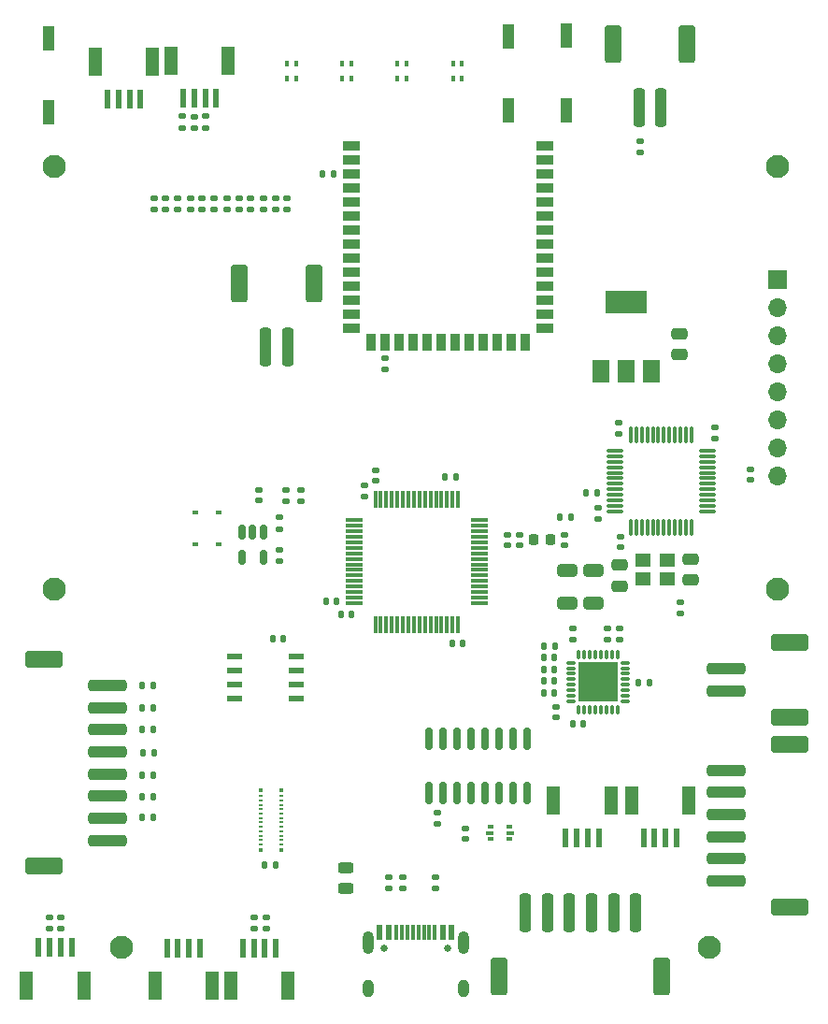
<source format=gbr>
%TF.GenerationSoftware,KiCad,Pcbnew,7.0.5*%
%TF.CreationDate,2023-09-20T09:45:38-07:00*%
%TF.ProjectId,EV9 Board Design,45563920-426f-4617-9264-204465736967,EV8*%
%TF.SameCoordinates,Original*%
%TF.FileFunction,Soldermask,Top*%
%TF.FilePolarity,Negative*%
%FSLAX46Y46*%
G04 Gerber Fmt 4.6, Leading zero omitted, Abs format (unit mm)*
G04 Created by KiCad (PCBNEW 7.0.5) date 2023-09-20 09:45:38*
%MOMM*%
%LPD*%
G01*
G04 APERTURE LIST*
G04 Aperture macros list*
%AMRoundRect*
0 Rectangle with rounded corners*
0 $1 Rounding radius*
0 $2 $3 $4 $5 $6 $7 $8 $9 X,Y pos of 4 corners*
0 Add a 4 corners polygon primitive as box body*
4,1,4,$2,$3,$4,$5,$6,$7,$8,$9,$2,$3,0*
0 Add four circle primitives for the rounded corners*
1,1,$1+$1,$2,$3*
1,1,$1+$1,$4,$5*
1,1,$1+$1,$6,$7*
1,1,$1+$1,$8,$9*
0 Add four rect primitives between the rounded corners*
20,1,$1+$1,$2,$3,$4,$5,0*
20,1,$1+$1,$4,$5,$6,$7,0*
20,1,$1+$1,$6,$7,$8,$9,0*
20,1,$1+$1,$8,$9,$2,$3,0*%
G04 Aperture macros list end*
%ADD10RoundRect,0.135000X-0.135000X-0.185000X0.135000X-0.185000X0.135000X0.185000X-0.135000X0.185000X0*%
%ADD11RoundRect,0.140000X0.140000X0.170000X-0.140000X0.170000X-0.140000X-0.170000X0.140000X-0.170000X0*%
%ADD12R,1.422400X0.533400*%
%ADD13RoundRect,0.140000X-0.140000X-0.170000X0.140000X-0.170000X0.140000X0.170000X-0.140000X0.170000X0*%
%ADD14R,0.600000X0.450000*%
%ADD15RoundRect,0.075000X0.075000X-0.662500X0.075000X0.662500X-0.075000X0.662500X-0.075000X-0.662500X0*%
%ADD16RoundRect,0.075000X0.662500X-0.075000X0.662500X0.075000X-0.662500X0.075000X-0.662500X-0.075000X0*%
%ADD17RoundRect,0.140000X0.170000X-0.140000X0.170000X0.140000X-0.170000X0.140000X-0.170000X-0.140000X0*%
%ADD18RoundRect,0.250000X-0.475000X0.250000X-0.475000X-0.250000X0.475000X-0.250000X0.475000X0.250000X0*%
%ADD19RoundRect,0.135000X-0.185000X0.135000X-0.185000X-0.135000X0.185000X-0.135000X0.185000X0.135000X0*%
%ADD20RoundRect,0.250000X1.500000X-0.250000X1.500000X0.250000X-1.500000X0.250000X-1.500000X-0.250000X0*%
%ADD21RoundRect,0.250001X1.449999X-0.499999X1.449999X0.499999X-1.449999X0.499999X-1.449999X-0.499999X0*%
%ADD22R,0.400000X0.410000*%
%ADD23R,0.400000X0.200000*%
%ADD24RoundRect,0.075000X0.700000X0.075000X-0.700000X0.075000X-0.700000X-0.075000X0.700000X-0.075000X0*%
%ADD25RoundRect,0.075000X0.075000X0.700000X-0.075000X0.700000X-0.075000X-0.700000X0.075000X-0.700000X0*%
%ADD26R,0.500000X1.700000*%
%ADD27R,1.200000X2.500000*%
%ADD28RoundRect,0.218750X-0.218750X-0.256250X0.218750X-0.256250X0.218750X0.256250X-0.218750X0.256250X0*%
%ADD29RoundRect,0.135000X0.185000X-0.135000X0.185000X0.135000X-0.185000X0.135000X-0.185000X-0.135000X0*%
%ADD30RoundRect,0.135000X0.135000X0.185000X-0.135000X0.185000X-0.135000X-0.185000X0.135000X-0.185000X0*%
%ADD31C,2.100000*%
%ADD32R,1.700000X1.700000*%
%ADD33O,1.700000X1.700000*%
%ADD34RoundRect,0.140000X-0.170000X0.140000X-0.170000X-0.140000X0.170000X-0.140000X0.170000X0.140000X0*%
%ADD35RoundRect,0.250000X0.650000X-0.325000X0.650000X0.325000X-0.650000X0.325000X-0.650000X-0.325000X0*%
%ADD36RoundRect,0.243750X0.456250X-0.243750X0.456250X0.243750X-0.456250X0.243750X-0.456250X-0.243750X0*%
%ADD37RoundRect,0.250000X0.250000X1.500000X-0.250000X1.500000X-0.250000X-1.500000X0.250000X-1.500000X0*%
%ADD38RoundRect,0.250001X0.499999X1.449999X-0.499999X1.449999X-0.499999X-1.449999X0.499999X-1.449999X0*%
%ADD39R,1.120000X2.160000*%
%ADD40RoundRect,0.007500X-0.372500X-0.117500X0.372500X-0.117500X0.372500X0.117500X-0.372500X0.117500X0*%
%ADD41RoundRect,0.007500X0.117500X-0.372500X0.117500X0.372500X-0.117500X0.372500X-0.117500X-0.372500X0*%
%ADD42R,3.650000X3.650000*%
%ADD43RoundRect,0.250000X0.475000X-0.250000X0.475000X0.250000X-0.475000X0.250000X-0.475000X-0.250000X0*%
%ADD44R,0.400000X0.600000*%
%ADD45RoundRect,0.150000X0.150000X-0.825000X0.150000X0.825000X-0.150000X0.825000X-0.150000X-0.825000X0*%
%ADD46R,1.500000X2.000000*%
%ADD47R,3.800000X2.000000*%
%ADD48R,1.500000X0.900000*%
%ADD49R,0.900000X1.500000*%
%ADD50RoundRect,0.250000X-0.250000X-1.500000X0.250000X-1.500000X0.250000X1.500000X-0.250000X1.500000X0*%
%ADD51RoundRect,0.250001X-0.499999X-1.449999X0.499999X-1.449999X0.499999X1.449999X-0.499999X1.449999X0*%
%ADD52RoundRect,0.250000X-1.500000X0.250000X-1.500000X-0.250000X1.500000X-0.250000X1.500000X0.250000X0*%
%ADD53RoundRect,0.250001X-1.449999X0.499999X-1.449999X-0.499999X1.449999X-0.499999X1.449999X0.499999X0*%
%ADD54C,0.650000*%
%ADD55R,0.600000X1.450000*%
%ADD56R,0.300000X1.450000*%
%ADD57O,1.000000X2.100000*%
%ADD58O,1.000000X1.600000*%
%ADD59R,0.500000X0.375000*%
%ADD60R,0.650000X0.300000*%
%ADD61RoundRect,0.150000X-0.150000X0.512500X-0.150000X-0.512500X0.150000X-0.512500X0.150000X0.512500X0*%
%ADD62R,1.400000X1.200000*%
G04 APERTURE END LIST*
D10*
%TO.C,R28*%
X125577500Y-122725000D03*
X126597500Y-122725000D03*
%TD*%
D11*
%TO.C,C13*%
X144467500Y-110225000D03*
X143507500Y-110225000D03*
%TD*%
D12*
%TO.C,CR1*%
X133893500Y-113970000D03*
X133893500Y-115240000D03*
X133893500Y-116510000D03*
X133893500Y-117780000D03*
X139481500Y-117780000D03*
X139481500Y-116510000D03*
X139481500Y-115240000D03*
X139481500Y-113970000D03*
%TD*%
D13*
%TO.C,C22*%
X142157500Y-109025000D03*
X143117500Y-109025000D03*
%TD*%
D14*
%TO.C,D2*%
X130337500Y-100935000D03*
X132437500Y-100935000D03*
%TD*%
D15*
%TO.C,U5*%
X169787500Y-102287500D03*
X170287500Y-102287500D03*
X170787500Y-102287500D03*
X171287500Y-102287500D03*
X171787500Y-102287500D03*
X172287500Y-102287500D03*
X172787500Y-102287500D03*
X173287500Y-102287500D03*
X173787500Y-102287500D03*
X174287500Y-102287500D03*
X174787500Y-102287500D03*
X175287500Y-102287500D03*
D16*
X176700000Y-100875000D03*
X176700000Y-100375000D03*
X176700000Y-99875000D03*
X176700000Y-99375000D03*
X176700000Y-98875000D03*
X176700000Y-98375000D03*
X176700000Y-97875000D03*
X176700000Y-97375000D03*
X176700000Y-96875000D03*
X176700000Y-96375000D03*
X176700000Y-95875000D03*
X176700000Y-95375000D03*
D15*
X175287500Y-93962500D03*
X174787500Y-93962500D03*
X174287500Y-93962500D03*
X173787500Y-93962500D03*
X173287500Y-93962500D03*
X172787500Y-93962500D03*
X172287500Y-93962500D03*
X171787500Y-93962500D03*
X171287500Y-93962500D03*
X170787500Y-93962500D03*
X170287500Y-93962500D03*
X169787500Y-93962500D03*
D16*
X168375000Y-95375000D03*
X168375000Y-95875000D03*
X168375000Y-96375000D03*
X168375000Y-96875000D03*
X168375000Y-97375000D03*
X168375000Y-97875000D03*
X168375000Y-98375000D03*
X168375000Y-98875000D03*
X168375000Y-99375000D03*
X168375000Y-99875000D03*
X168375000Y-100375000D03*
X168375000Y-100875000D03*
%TD*%
D11*
%TO.C,C33*%
X138287500Y-112435000D03*
X137327500Y-112435000D03*
%TD*%
D17*
%TO.C,C14*%
X145637500Y-99505000D03*
X145637500Y-98545000D03*
%TD*%
D18*
%TO.C,C4*%
X168737500Y-105725000D03*
X168737500Y-107625000D03*
%TD*%
D17*
%TO.C,C3*%
X168737500Y-112455000D03*
X168737500Y-111495000D03*
%TD*%
D19*
%TO.C,R3*%
X149137500Y-134010000D03*
X149137500Y-135030000D03*
%TD*%
D10*
%TO.C,R5*%
X163380000Y-101360000D03*
X164400000Y-101360000D03*
%TD*%
D17*
%TO.C,C19*%
X136087500Y-99885000D03*
X136087500Y-98925000D03*
%TD*%
D19*
%TO.C,R38*%
X138587500Y-98925000D03*
X138587500Y-99945000D03*
%TD*%
D20*
%TO.C,J8*%
X178437500Y-134325000D03*
X178437500Y-132325000D03*
X178437500Y-130325000D03*
X178437500Y-128325000D03*
X178437500Y-126325000D03*
X178437500Y-124325000D03*
D21*
X184187500Y-136675000D03*
X184187500Y-121975000D03*
%TD*%
D22*
%TO.C,U13*%
X136227500Y-131540000D03*
D23*
X136227500Y-131035000D03*
X136227500Y-130635000D03*
X136227500Y-130232924D03*
X136227500Y-129835000D03*
X136227500Y-129435000D03*
X136227500Y-129035000D03*
X136227500Y-128635000D03*
X136227500Y-128235000D03*
X136227500Y-127835000D03*
X136227500Y-127435000D03*
X136227500Y-127035000D03*
X136227500Y-126635000D03*
D22*
X136227500Y-126130000D03*
X138107500Y-126130000D03*
D23*
X138107500Y-126635000D03*
X138107500Y-127035000D03*
X138107500Y-127435000D03*
X138107500Y-127835000D03*
X138107500Y-128235000D03*
X138107500Y-128635000D03*
X138107500Y-129035000D03*
X138107500Y-129435000D03*
X138107500Y-129835000D03*
X138107500Y-130232924D03*
X138107500Y-130635000D03*
X138107500Y-131035000D03*
D22*
X138107500Y-131540000D03*
%TD*%
D24*
%TO.C,U1*%
X156062500Y-109175000D03*
X156062500Y-108675000D03*
X156062500Y-108175000D03*
X156062500Y-107675000D03*
X156062500Y-107175000D03*
X156062500Y-106675000D03*
X156062500Y-106175000D03*
X156062500Y-105675000D03*
X156062500Y-105175000D03*
X156062500Y-104675000D03*
X156062500Y-104175000D03*
X156062500Y-103675000D03*
X156062500Y-103175000D03*
X156062500Y-102675000D03*
X156062500Y-102175000D03*
X156062500Y-101675000D03*
D25*
X154137500Y-99750000D03*
X153637500Y-99750000D03*
X153137500Y-99750000D03*
X152637500Y-99750000D03*
X152137500Y-99750000D03*
X151637500Y-99750000D03*
X151137500Y-99750000D03*
X150637500Y-99750000D03*
X150137500Y-99750000D03*
X149637500Y-99750000D03*
X149137500Y-99750000D03*
X148637500Y-99750000D03*
X148137500Y-99750000D03*
X147637500Y-99750000D03*
X147137500Y-99750000D03*
X146637500Y-99750000D03*
D24*
X144712500Y-101675000D03*
X144712500Y-102175000D03*
X144712500Y-102675000D03*
X144712500Y-103175000D03*
X144712500Y-103675000D03*
X144712500Y-104175000D03*
X144712500Y-104675000D03*
X144712500Y-105175000D03*
X144712500Y-105675000D03*
X144712500Y-106175000D03*
X144712500Y-106675000D03*
X144712500Y-107175000D03*
X144712500Y-107675000D03*
X144712500Y-108175000D03*
X144712500Y-108675000D03*
X144712500Y-109175000D03*
D25*
X146637500Y-111100000D03*
X147137500Y-111100000D03*
X147637500Y-111100000D03*
X148137500Y-111100000D03*
X148637500Y-111100000D03*
X149137500Y-111100000D03*
X149637500Y-111100000D03*
X150137500Y-111100000D03*
X150637500Y-111100000D03*
X151137500Y-111100000D03*
X151637500Y-111100000D03*
X152137500Y-111100000D03*
X152637500Y-111100000D03*
X153137500Y-111100000D03*
X153637500Y-111100000D03*
X154137500Y-111100000D03*
%TD*%
D17*
%TO.C,C16*%
X163037500Y-119505000D03*
X163037500Y-118545000D03*
%TD*%
D26*
%TO.C,J13*%
X125367500Y-63525000D03*
X124367500Y-63525000D03*
X123367500Y-63525000D03*
X122367500Y-63525000D03*
D27*
X126467500Y-60125000D03*
X121267500Y-60125000D03*
%TD*%
D28*
%TO.C,120R1*%
X160950000Y-103425000D03*
X162525000Y-103425000D03*
%TD*%
D29*
%TO.C,R17*%
X137587500Y-73535000D03*
X137587500Y-72515000D03*
%TD*%
D19*
%TO.C,R13*%
X128687500Y-72515000D03*
X128687500Y-73535000D03*
%TD*%
D17*
%TO.C,C20*%
X180587500Y-98005000D03*
X180587500Y-97045000D03*
%TD*%
D10*
%TO.C,R30*%
X125477500Y-124725000D03*
X126497500Y-124725000D03*
%TD*%
D30*
%TO.C,R4*%
X142907500Y-70325000D03*
X141887500Y-70325000D03*
%TD*%
D31*
%TO.C,REF\u002A\u002A*%
X176937500Y-140345000D03*
%TD*%
D19*
%TO.C,R39*%
X139937500Y-98915000D03*
X139937500Y-99935000D03*
%TD*%
%TO.C,R21*%
X118107500Y-137660000D03*
X118107500Y-138680000D03*
%TD*%
D17*
%TO.C,C5*%
X154787500Y-130555000D03*
X154787500Y-129595000D03*
%TD*%
D32*
%TO.C,J4*%
X183087500Y-79885000D03*
D33*
X183087500Y-82425000D03*
X183087500Y-84965000D03*
X183087500Y-87505000D03*
X183087500Y-90045000D03*
X183087500Y-92585000D03*
X183087500Y-95125000D03*
X183087500Y-97665000D03*
%TD*%
D34*
%TO.C,C8*%
X158587500Y-102995000D03*
X158587500Y-103955000D03*
%TD*%
D19*
%TO.C,R12*%
X133237500Y-72515000D03*
X133237500Y-73535000D03*
%TD*%
%TO.C,R11*%
X134287500Y-72515000D03*
X134287500Y-73535000D03*
%TD*%
D34*
%TO.C,C21*%
X146687500Y-97145000D03*
X146687500Y-98105000D03*
%TD*%
D19*
%TO.C,R6*%
X135337500Y-72515000D03*
X135337500Y-73535000D03*
%TD*%
D26*
%TO.C,J14*%
X132237500Y-63505000D03*
X131237500Y-63505000D03*
X130237500Y-63505000D03*
X129237500Y-63505000D03*
D27*
X133337500Y-60105000D03*
X128137500Y-60105000D03*
%TD*%
D29*
%TO.C,R16*%
X138637500Y-73535000D03*
X138637500Y-72515000D03*
%TD*%
D20*
%TO.C,J2*%
X178437500Y-117125000D03*
X178437500Y-115125000D03*
D21*
X184187500Y-119475000D03*
X184187500Y-112775000D03*
%TD*%
D19*
%TO.C,R35*%
X129147500Y-65115000D03*
X129147500Y-66135000D03*
%TD*%
D31*
%TO.C,REF\u002A\u002A*%
X183087500Y-107925000D03*
%TD*%
%TO.C,REF\u002A\u002A*%
X117587500Y-107925000D03*
%TD*%
D18*
%TO.C,C2*%
X174200000Y-84780000D03*
X174200000Y-86680000D03*
%TD*%
D35*
%TO.C,C29*%
X166437500Y-109180000D03*
X166437500Y-106230000D03*
%TD*%
D13*
%TO.C,C27*%
X161907500Y-117275000D03*
X162867500Y-117275000D03*
%TD*%
D34*
%TO.C,C10*%
X163787500Y-102995000D03*
X163787500Y-103955000D03*
%TD*%
D29*
%TO.C,R24*%
X130937500Y-73535000D03*
X130937500Y-72515000D03*
%TD*%
D10*
%TO.C,R19*%
X165727500Y-99205000D03*
X166747500Y-99205000D03*
%TD*%
D29*
%TO.C,R1*%
X174250000Y-110110000D03*
X174250000Y-109090000D03*
%TD*%
D11*
%TO.C,C12*%
X154567500Y-112825000D03*
X153607500Y-112825000D03*
%TD*%
D26*
%TO.C,J12*%
X173940000Y-130430000D03*
X172940000Y-130430000D03*
X171940000Y-130430000D03*
X170940000Y-130430000D03*
D27*
X175040000Y-127030000D03*
X169840000Y-127030000D03*
%TD*%
D19*
%TO.C,R37*%
X137937500Y-104365000D03*
X137937500Y-105385000D03*
%TD*%
D29*
%TO.C,R18*%
X136537500Y-73535000D03*
X136537500Y-72515000D03*
%TD*%
D19*
%TO.C,R2*%
X152087500Y-134015000D03*
X152087500Y-135035000D03*
%TD*%
D17*
%TO.C,C25*%
X177437500Y-94255000D03*
X177437500Y-93295000D03*
%TD*%
%TO.C,C1*%
X147870000Y-134970000D03*
X147870000Y-134010000D03*
%TD*%
D29*
%TO.C,R32*%
X147487500Y-88035000D03*
X147487500Y-87015000D03*
%TD*%
D14*
%TO.C,D10*%
X130337500Y-103865000D03*
X132437500Y-103865000D03*
%TD*%
D19*
%TO.C,R8*%
X135627500Y-137625000D03*
X135627500Y-138645000D03*
%TD*%
D36*
%TO.C,D11*%
X143997500Y-135002500D03*
X143997500Y-133127500D03*
%TD*%
D37*
%TO.C,J15*%
X172537500Y-64275000D03*
X170537500Y-64275000D03*
D38*
X174887500Y-58525000D03*
X168187500Y-58525000D03*
%TD*%
D13*
%TO.C,C15*%
X164507500Y-120075000D03*
X165467500Y-120075000D03*
%TD*%
D39*
%TO.C,SW3*%
X158687500Y-64590000D03*
X158687500Y-57860000D03*
%TD*%
D19*
%TO.C,R15*%
X126637500Y-72515000D03*
X126637500Y-73535000D03*
%TD*%
D40*
%TO.C,U6*%
X164365000Y-114575000D03*
X164365000Y-115075000D03*
X164365000Y-115575000D03*
X164365000Y-116075000D03*
X164365000Y-116575000D03*
X164365000Y-117075000D03*
X164365000Y-117575000D03*
X164365000Y-118075000D03*
D41*
X165090000Y-118800000D03*
X165590000Y-118800000D03*
X166090000Y-118800000D03*
X166590000Y-118800000D03*
X167090000Y-118800000D03*
X167590000Y-118800000D03*
X168090000Y-118800000D03*
X168590000Y-118800000D03*
D40*
X169315000Y-118075000D03*
X169315000Y-117575000D03*
X169315000Y-117075000D03*
X169315000Y-116575000D03*
X169315000Y-116075000D03*
X169315000Y-115575000D03*
X169315000Y-115075000D03*
X169315000Y-114575000D03*
D41*
X168590000Y-113850000D03*
X168090000Y-113850000D03*
X167590000Y-113850000D03*
X167090000Y-113850000D03*
X166590000Y-113850000D03*
X166090000Y-113850000D03*
X165590000Y-113850000D03*
X165090000Y-113850000D03*
D42*
X166840000Y-116325000D03*
%TD*%
D43*
%TO.C,C23*%
X175187500Y-107075000D03*
X175187500Y-105175000D03*
%TD*%
D30*
%TO.C,R9*%
X162897500Y-113075000D03*
X161877500Y-113075000D03*
%TD*%
D19*
%TO.C,R14*%
X127662500Y-72515000D03*
X127662500Y-73535000D03*
%TD*%
D35*
%TO.C,C30*%
X164007500Y-109180000D03*
X164007500Y-106230000D03*
%TD*%
D10*
%TO.C,R22*%
X125477500Y-116675000D03*
X126497500Y-116675000D03*
%TD*%
D44*
%TO.C,D4*%
X153662500Y-61695000D03*
X153662500Y-60295000D03*
X154462500Y-60295000D03*
X154462500Y-61695000D03*
%TD*%
D31*
%TO.C,REF\u002A\u002A*%
X117587500Y-69625000D03*
%TD*%
D19*
%TO.C,R36*%
X137987500Y-101435000D03*
X137987500Y-102455000D03*
%TD*%
%TO.C,R34*%
X130217500Y-65125000D03*
X130217500Y-66145000D03*
%TD*%
D39*
%TO.C,SW1*%
X117067500Y-64740000D03*
X117067500Y-58010000D03*
%TD*%
D45*
%TO.C,U3*%
X151492500Y-126370000D03*
X152762500Y-126370000D03*
X154032500Y-126370000D03*
X155302500Y-126370000D03*
X156572500Y-126370000D03*
X157842500Y-126370000D03*
X159112500Y-126370000D03*
X160382500Y-126370000D03*
X160382500Y-121420000D03*
X159112500Y-121420000D03*
X157842500Y-121420000D03*
X156572500Y-121420000D03*
X155302500Y-121420000D03*
X154032500Y-121420000D03*
X152762500Y-121420000D03*
X151492500Y-121420000D03*
%TD*%
D29*
%TO.C,R23*%
X131987500Y-73535000D03*
X131987500Y-72515000D03*
%TD*%
D34*
%TO.C,C34*%
X168730000Y-92880000D03*
X168730000Y-93840000D03*
%TD*%
D26*
%TO.C,J7*%
X134637500Y-140395000D03*
X135637500Y-140395000D03*
X136637500Y-140395000D03*
X137637500Y-140395000D03*
D27*
X133537500Y-143795000D03*
X138737500Y-143795000D03*
%TD*%
D30*
%TO.C,R41*%
X137627500Y-132905000D03*
X136607500Y-132905000D03*
%TD*%
D39*
%TO.C,SW2*%
X163937500Y-64540000D03*
X163937500Y-57810000D03*
%TD*%
D10*
%TO.C,R27*%
X125477500Y-120625000D03*
X126497500Y-120625000D03*
%TD*%
D13*
%TO.C,C18*%
X161907500Y-116225000D03*
X162867500Y-116225000D03*
%TD*%
%TO.C,C6*%
X170497500Y-116405000D03*
X171457500Y-116405000D03*
%TD*%
D26*
%TO.C,J5*%
X127757500Y-140425000D03*
X128757500Y-140425000D03*
X129757500Y-140425000D03*
X130757500Y-140425000D03*
D27*
X126657500Y-143825000D03*
X131857500Y-143825000D03*
%TD*%
D46*
%TO.C,U2*%
X167087500Y-88185000D03*
X169387500Y-88185000D03*
D47*
X169387500Y-81885000D03*
D46*
X171687500Y-88185000D03*
%TD*%
D44*
%TO.C,D3*%
X138662500Y-61695000D03*
X138662500Y-60295000D03*
X139462500Y-60295000D03*
X139462500Y-61695000D03*
%TD*%
D48*
%TO.C,U11*%
X144487500Y-67790000D03*
X144487500Y-69060000D03*
X144487500Y-70330000D03*
X144487500Y-71600000D03*
X144487500Y-72870000D03*
X144487500Y-74140000D03*
X144487500Y-75410000D03*
X144487500Y-76680000D03*
X144487500Y-77950000D03*
X144487500Y-79220000D03*
X144487500Y-80490000D03*
X144487500Y-81760000D03*
X144487500Y-83030000D03*
X144487500Y-84300000D03*
D49*
X146252500Y-85550000D03*
X147522500Y-85550000D03*
X148792500Y-85550000D03*
X150062500Y-85550000D03*
X151332500Y-85550000D03*
X152602500Y-85550000D03*
X153872500Y-85550000D03*
X155142500Y-85550000D03*
X156412500Y-85550000D03*
X157682500Y-85550000D03*
X158952500Y-85550000D03*
X160222500Y-85550000D03*
D48*
X161987500Y-84300000D03*
X161987500Y-83030000D03*
X161987500Y-81760000D03*
X161987500Y-80490000D03*
X161987500Y-79220000D03*
X161987500Y-77950000D03*
X161987500Y-76680000D03*
X161987500Y-75410000D03*
X161987500Y-74140000D03*
X161987500Y-72870000D03*
X161987500Y-71600000D03*
X161987500Y-70330000D03*
X161987500Y-69060000D03*
X161987500Y-67790000D03*
%TD*%
D13*
%TO.C,C17*%
X161907500Y-115175000D03*
X162867500Y-115175000D03*
%TD*%
D34*
%TO.C,C7*%
X164537500Y-111495000D03*
X164537500Y-112455000D03*
%TD*%
D50*
%TO.C,J11*%
X160237500Y-137175000D03*
X162237500Y-137175000D03*
X164237500Y-137175000D03*
X166237500Y-137175000D03*
X168237500Y-137175000D03*
X170237500Y-137175000D03*
D51*
X157887500Y-142925000D03*
X172587500Y-142925000D03*
%TD*%
D17*
%TO.C,C32*%
X152297500Y-129135000D03*
X152297500Y-128175000D03*
%TD*%
D52*
%TO.C,J10*%
X122407500Y-116655000D03*
X122407500Y-118655000D03*
X122407500Y-120655000D03*
X122407500Y-122655000D03*
X122407500Y-124655000D03*
X122407500Y-126655000D03*
X122407500Y-128655000D03*
X122407500Y-130655000D03*
D53*
X116657500Y-114305000D03*
X116657500Y-133005000D03*
%TD*%
D34*
%TO.C,C31*%
X167687500Y-111495000D03*
X167687500Y-112455000D03*
%TD*%
D26*
%TO.C,J6*%
X166900000Y-130440000D03*
X165900000Y-130440000D03*
X164900000Y-130440000D03*
X163900000Y-130440000D03*
D27*
X168000000Y-127040000D03*
X162800000Y-127040000D03*
%TD*%
D31*
%TO.C,REF\u002A\u002A*%
X183120000Y-69625000D03*
%TD*%
D34*
%TO.C,C9*%
X159687500Y-102995000D03*
X159687500Y-103955000D03*
%TD*%
%TO.C,C24*%
X168847500Y-103185000D03*
X168847500Y-104145000D03*
%TD*%
D37*
%TO.C,J1*%
X138697500Y-85955000D03*
X136697500Y-85955000D03*
D38*
X141047500Y-80205000D03*
X134347500Y-80205000D03*
%TD*%
D31*
%TO.C,REF\u002A\u002A*%
X123637500Y-140345000D03*
%TD*%
D54*
%TO.C,J9*%
X147397500Y-140446000D03*
X153177500Y-140446000D03*
D55*
X147037500Y-139001000D03*
X147837500Y-139001000D03*
D56*
X149037500Y-139001000D03*
X150037500Y-139001000D03*
X150537500Y-139001000D03*
X151537500Y-139001000D03*
D55*
X152737500Y-139001000D03*
X153537500Y-139001000D03*
X153537500Y-139001000D03*
X152737500Y-139001000D03*
D56*
X152037500Y-139001000D03*
X151037500Y-139001000D03*
X149537500Y-139001000D03*
X148537500Y-139001000D03*
D55*
X147837500Y-139001000D03*
X147037500Y-139001000D03*
D57*
X145967500Y-139916000D03*
D58*
X145967500Y-144096000D03*
D57*
X154607500Y-139916000D03*
D58*
X154607500Y-144096000D03*
%TD*%
D44*
%TO.C,D5*%
X143662500Y-61695000D03*
X143662500Y-60295000D03*
X144462500Y-60295000D03*
X144462500Y-61695000D03*
%TD*%
D10*
%TO.C,R29*%
X125477500Y-128575000D03*
X126497500Y-128575000D03*
%TD*%
%TO.C,R26*%
X125477500Y-118625000D03*
X126497500Y-118625000D03*
%TD*%
D13*
%TO.C,C11*%
X152957500Y-97775000D03*
X153917500Y-97775000D03*
%TD*%
D44*
%TO.C,D18*%
X148662500Y-61695000D03*
X148662500Y-60295000D03*
X149462500Y-60295000D03*
X149462500Y-61695000D03*
%TD*%
D59*
%TO.C,U4*%
X157087500Y-129437500D03*
D60*
X157012500Y-129975000D03*
D59*
X157087500Y-130512500D03*
X158787500Y-130512500D03*
D60*
X158862500Y-129975000D03*
D59*
X158787500Y-129437500D03*
%TD*%
D19*
%TO.C,R33*%
X131307500Y-65115000D03*
X131307500Y-66135000D03*
%TD*%
%TO.C,R40*%
X170597500Y-67385000D03*
X170597500Y-68405000D03*
%TD*%
D10*
%TO.C,R31*%
X125477500Y-126675000D03*
X126497500Y-126675000D03*
%TD*%
D26*
%TO.C,J3*%
X116127500Y-140375000D03*
X117127500Y-140375000D03*
X118127500Y-140375000D03*
X119127500Y-140375000D03*
D27*
X115027500Y-143775000D03*
X120227500Y-143775000D03*
%TD*%
D19*
%TO.C,R20*%
X117130000Y-137660000D03*
X117130000Y-138680000D03*
%TD*%
D61*
%TO.C,U12*%
X136487500Y-102737500D03*
X135537500Y-102737500D03*
X134587500Y-102737500D03*
X134587500Y-105012500D03*
X136487500Y-105012500D03*
%TD*%
D11*
%TO.C,C28*%
X162867500Y-114125000D03*
X161907500Y-114125000D03*
%TD*%
D19*
%TO.C,R7*%
X136737500Y-137665000D03*
X136737500Y-138685000D03*
%TD*%
D17*
%TO.C,C26*%
X166840000Y-101550000D03*
X166840000Y-100590000D03*
%TD*%
D29*
%TO.C,R25*%
X129887500Y-73535000D03*
X129887500Y-72515000D03*
%TD*%
D62*
%TO.C,Y1*%
X170887500Y-106975000D03*
X173087500Y-106975000D03*
X173087500Y-105275000D03*
X170887500Y-105275000D03*
%TD*%
M02*

</source>
